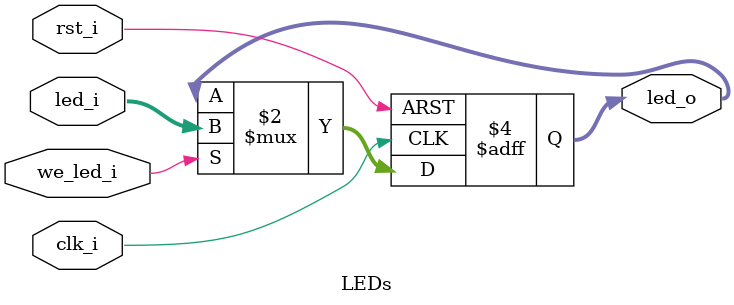
<source format=sv>
`timescale 1ns / 1ps

module LEDs(
    input   logic           clk_i,
    input   logic           rst_i,
    
    input   logic           we_led_i,
    input   logic   [15:0]  led_i,
    output  logic   [15:0]  led_o
    );
    always_ff @(posedge clk_i or posedge rst_i) begin
        if      (rst_i)     led_o <= 16'h0000;
        else if (we_led_i)  led_o <= led_i;
    end
endmodule
</source>
